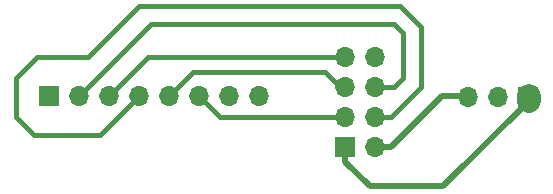
<source format=gbr>
%TF.GenerationSoftware,KiCad,Pcbnew,(6.0.9)*%
%TF.CreationDate,2023-01-24T15:10:40+02:00*%
%TF.ProjectId,cc1101,63633131-3031-42e6-9b69-6361645f7063,rev?*%
%TF.SameCoordinates,Original*%
%TF.FileFunction,Copper,L1,Top*%
%TF.FilePolarity,Positive*%
%FSLAX46Y46*%
G04 Gerber Fmt 4.6, Leading zero omitted, Abs format (unit mm)*
G04 Created by KiCad (PCBNEW (6.0.9)) date 2023-01-24 15:10:40*
%MOMM*%
%LPD*%
G01*
G04 APERTURE LIST*
%TA.AperFunction,ComponentPad*%
%ADD10R,1.700000X1.700000*%
%TD*%
%TA.AperFunction,ComponentPad*%
%ADD11O,1.700000X1.700000*%
%TD*%
%TA.AperFunction,Conductor*%
%ADD12C,0.400000*%
%TD*%
%TA.AperFunction,Conductor*%
%ADD13C,0.500000*%
%TD*%
%TA.AperFunction,Conductor*%
%ADD14C,2.000000*%
%TD*%
G04 APERTURE END LIST*
D10*
%TO.P,J2,1,Pin_1*%
%TO.N,Net-(J3-Pad1)*%
X137145000Y-132105000D03*
D11*
%TO.P,J2,2,Pin_2*%
%TO.N,unconnected-(J2-Pad2)*%
X134605000Y-132105000D03*
%TO.P,J2,3,Pin_3*%
%TO.N,Net-(J3-Pad2)*%
X132065000Y-132105000D03*
%TD*%
D10*
%TO.P,J3,1,Pin_1*%
%TO.N,Net-(J3-Pad1)*%
X121646000Y-136388000D03*
D11*
%TO.P,J3,2,Pin_2*%
%TO.N,Net-(J3-Pad2)*%
X124186000Y-136388000D03*
%TO.P,J3,3,Pin_3*%
%TO.N,Net-(J3-Pad3)*%
X121646000Y-133848000D03*
%TO.P,J3,4,Pin_4*%
%TO.N,Net-(J3-Pad4)*%
X124186000Y-133848000D03*
%TO.P,J3,5,Pin_5*%
%TO.N,Net-(J3-Pad5)*%
X121646000Y-131308000D03*
%TO.P,J3,6,Pin_6*%
%TO.N,Net-(J3-Pad6)*%
X124186000Y-131308000D03*
%TO.P,J3,7,Pin_7*%
%TO.N,Net-(J1-Pad3)*%
X121646000Y-128768000D03*
%TO.P,J3,8,Pin_8*%
%TO.N,unconnected-(J3-Pad8)*%
X124186000Y-128768000D03*
%TD*%
D10*
%TO.P,J1,1,Pin_1*%
%TO.N,unconnected-(J1-Pad1)*%
X96535000Y-132080000D03*
D11*
%TO.P,J1,2,Pin_2*%
%TO.N,Net-(J3-Pad6)*%
X99075000Y-132080000D03*
%TO.P,J1,3,Pin_3*%
%TO.N,Net-(J1-Pad3)*%
X101615000Y-132080000D03*
%TO.P,J1,4,Pin_4*%
%TO.N,Net-(J3-Pad4)*%
X104155000Y-132080000D03*
%TO.P,J1,5,Pin_5*%
%TO.N,Net-(J3-Pad5)*%
X106695000Y-132080000D03*
%TO.P,J1,6,Pin_6*%
%TO.N,Net-(J3-Pad3)*%
X109235000Y-132080000D03*
%TO.P,J1,7,Pin_7*%
%TO.N,unconnected-(J1-Pad7)*%
X111775000Y-132080000D03*
%TO.P,J1,8,Pin_8*%
%TO.N,unconnected-(J1-Pad8)*%
X114315000Y-132080000D03*
%TD*%
D12*
%TO.N,Net-(J3-Pad6)*%
X105171000Y-125984000D02*
X99075000Y-132080000D01*
X125730000Y-125984000D02*
X105171000Y-125984000D01*
X125740000Y-131308000D02*
X126492000Y-130556000D01*
X123703000Y-131308000D02*
X125740000Y-131308000D01*
X126492000Y-130556000D02*
X126492000Y-126746000D01*
X126492000Y-126746000D02*
X125730000Y-125984000D01*
%TO.N,Net-(J3-Pad4)*%
X100853000Y-135382000D02*
X104155000Y-132080000D01*
X93726000Y-133858000D02*
X95250000Y-135382000D01*
X93726000Y-130556000D02*
X93726000Y-133858000D01*
X95504000Y-128778000D02*
X93726000Y-130556000D01*
X95250000Y-135382000D02*
X100853000Y-135382000D01*
X104140000Y-124460000D02*
X99822000Y-128778000D01*
X99822000Y-128778000D02*
X95504000Y-128778000D01*
X126238000Y-124460000D02*
X104140000Y-124460000D01*
X128016000Y-131318000D02*
X128016000Y-126238000D01*
X128016000Y-126238000D02*
X126238000Y-124460000D01*
X125486000Y-133848000D02*
X128016000Y-131318000D01*
X124186000Y-133848000D02*
X125486000Y-133848000D01*
D13*
%TO.N,Net-(J3-Pad1)*%
X121646000Y-137648000D02*
X121646000Y-136388000D01*
X129909138Y-139700000D02*
X123698000Y-139700000D01*
X137165000Y-132444138D02*
X129909138Y-139700000D01*
D14*
X137165000Y-132080000D02*
X137165000Y-132444138D01*
D13*
X123698000Y-139700000D02*
X121646000Y-137648000D01*
%TO.N,Net-(J3-Pad2)*%
X129794000Y-132080000D02*
X132085000Y-132080000D01*
X125486000Y-136388000D02*
X129794000Y-132080000D01*
X124186000Y-136388000D02*
X125486000Y-136388000D01*
D12*
%TO.N,Net-(J1-Pad3)*%
X104927000Y-128768000D02*
X101615000Y-132080000D01*
X121163000Y-128768000D02*
X104927000Y-128768000D01*
%TO.N,Net-(J3-Pad5)*%
X108727000Y-130048000D02*
X106695000Y-132080000D01*
X119903000Y-130048000D02*
X108727000Y-130048000D01*
X121163000Y-131308000D02*
X119903000Y-130048000D01*
%TO.N,Net-(J3-Pad3)*%
X111003000Y-133848000D02*
X109235000Y-132080000D01*
X121163000Y-133848000D02*
X111003000Y-133848000D01*
%TD*%
M02*

</source>
